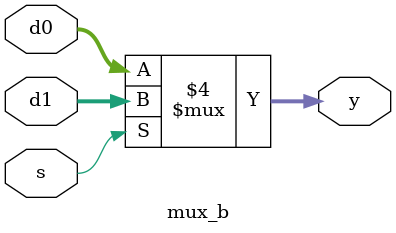
<source format=v>
`timescale 1ns / 1ps


module mux_b( d0, d1, s, y );
input [3:0] d0, d1;
input s;
output [3:0] y;
reg [3:0] y;

always@(d0 or d1 or s)
begin
 if ( s == 1 )
 y = d1;
 else
 y = d0;
end
endmodule

</source>
